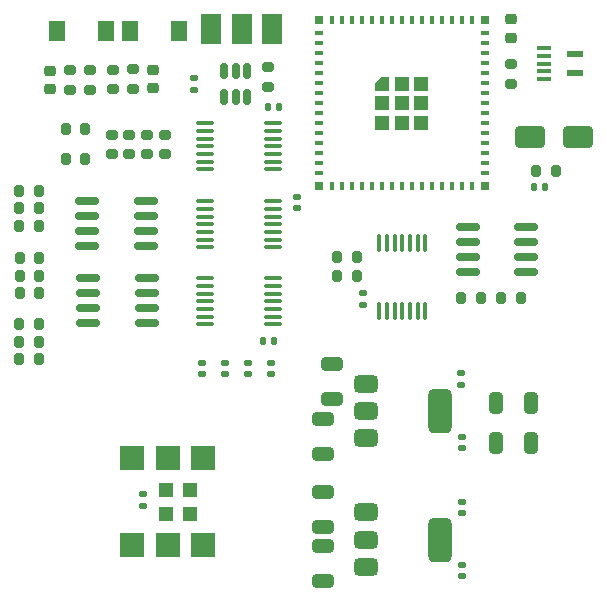
<source format=gbr>
%TF.GenerationSoftware,KiCad,Pcbnew,8.0.6*%
%TF.CreationDate,2025-08-27T22:10:31+02:00*%
%TF.ProjectId,probe,70726f62-652e-46b6-9963-61645f706362,V4-0*%
%TF.SameCoordinates,Original*%
%TF.FileFunction,Paste,Top*%
%TF.FilePolarity,Positive*%
%FSLAX46Y46*%
G04 Gerber Fmt 4.6, Leading zero omitted, Abs format (unit mm)*
G04 Created by KiCad (PCBNEW 8.0.6) date 2025-08-27 22:10:31*
%MOMM*%
%LPD*%
G01*
G04 APERTURE LIST*
G04 Aperture macros list*
%AMRoundRect*
0 Rectangle with rounded corners*
0 $1 Rounding radius*
0 $2 $3 $4 $5 $6 $7 $8 $9 X,Y pos of 4 corners*
0 Add a 4 corners polygon primitive as box body*
4,1,4,$2,$3,$4,$5,$6,$7,$8,$9,$2,$3,0*
0 Add four circle primitives for the rounded corners*
1,1,$1+$1,$2,$3*
1,1,$1+$1,$4,$5*
1,1,$1+$1,$6,$7*
1,1,$1+$1,$8,$9*
0 Add four rect primitives between the rounded corners*
20,1,$1+$1,$2,$3,$4,$5,0*
20,1,$1+$1,$4,$5,$6,$7,0*
20,1,$1+$1,$6,$7,$8,$9,0*
20,1,$1+$1,$8,$9,$2,$3,0*%
%AMFreePoly0*
4,1,6,0.600000,-0.600000,-0.600000,-0.600000,-0.600000,0.000000,0.000000,0.600000,0.600000,0.600000,0.600000,-0.600000,0.600000,-0.600000,$1*%
G04 Aperture macros list end*
%ADD10R,1.300000X1.300000*%
%ADD11RoundRect,0.200000X-0.200000X-0.275000X0.200000X-0.275000X0.200000X0.275000X-0.200000X0.275000X0*%
%ADD12R,1.250000X0.400000*%
%ADD13R,1.350000X0.600000*%
%ADD14RoundRect,0.225000X0.250000X-0.225000X0.250000X0.225000X-0.250000X0.225000X-0.250000X-0.225000X0*%
%ADD15RoundRect,0.250000X-1.000000X-0.650000X1.000000X-0.650000X1.000000X0.650000X-1.000000X0.650000X0*%
%ADD16RoundRect,0.200000X0.275000X-0.200000X0.275000X0.200000X-0.275000X0.200000X-0.275000X-0.200000X0*%
%ADD17R,1.350000X1.800000*%
%ADD18RoundRect,0.200000X0.200000X0.275000X-0.200000X0.275000X-0.200000X-0.275000X0.200000X-0.275000X0*%
%ADD19RoundRect,0.140000X0.170000X-0.140000X0.170000X0.140000X-0.170000X0.140000X-0.170000X-0.140000X0*%
%ADD20RoundRect,0.140000X-0.140000X-0.170000X0.140000X-0.170000X0.140000X0.170000X-0.140000X0.170000X0*%
%ADD21RoundRect,0.225000X-0.250000X0.225000X-0.250000X-0.225000X0.250000X-0.225000X0.250000X0.225000X0*%
%ADD22RoundRect,0.140000X-0.170000X0.140000X-0.170000X-0.140000X0.170000X-0.140000X0.170000X0.140000X0*%
%ADD23RoundRect,0.250000X0.650000X-0.325000X0.650000X0.325000X-0.650000X0.325000X-0.650000X-0.325000X0*%
%ADD24RoundRect,0.100000X-0.637500X-0.100000X0.637500X-0.100000X0.637500X0.100000X-0.637500X0.100000X0*%
%ADD25R,2.000000X2.000000*%
%ADD26RoundRect,0.375000X-0.625000X-0.375000X0.625000X-0.375000X0.625000X0.375000X-0.625000X0.375000X0*%
%ADD27RoundRect,0.500000X-0.500000X-1.400000X0.500000X-1.400000X0.500000X1.400000X-0.500000X1.400000X0*%
%ADD28R,0.800000X0.400000*%
%ADD29R,0.400000X0.800000*%
%ADD30FreePoly0,0.000000*%
%ADD31R,1.200000X1.200000*%
%ADD32R,0.800000X0.800000*%
%ADD33RoundRect,0.150000X-0.150000X0.512500X-0.150000X-0.512500X0.150000X-0.512500X0.150000X0.512500X0*%
%ADD34RoundRect,0.250000X-0.325000X-0.650000X0.325000X-0.650000X0.325000X0.650000X-0.325000X0.650000X0*%
%ADD35RoundRect,0.200000X-0.275000X0.200000X-0.275000X-0.200000X0.275000X-0.200000X0.275000X0.200000X0*%
%ADD36RoundRect,0.150000X0.825000X0.150000X-0.825000X0.150000X-0.825000X-0.150000X0.825000X-0.150000X0*%
%ADD37R,1.750000X2.500000*%
%ADD38RoundRect,0.150000X-0.825000X-0.150000X0.825000X-0.150000X0.825000X0.150000X-0.825000X0.150000X0*%
%ADD39RoundRect,0.218750X-0.256250X0.218750X-0.256250X-0.218750X0.256250X-0.218750X0.256250X0.218750X0*%
%ADD40RoundRect,0.100000X0.100000X-0.637500X0.100000X0.637500X-0.100000X0.637500X-0.100000X-0.637500X0*%
G04 APERTURE END LIST*
D10*
%TO.C,A1*%
X153500000Y-60800000D03*
X153500000Y-62800000D03*
X155500000Y-62800000D03*
X155500000Y-60800000D03*
%TD*%
D11*
%TO.C,R22*%
X145025000Y-32760000D03*
X146675000Y-32760000D03*
%TD*%
D12*
%TO.C,J2*%
X185500000Y-26000000D03*
X185500000Y-25350000D03*
X185500000Y-24700000D03*
X185500000Y-24050000D03*
X185500000Y-23400000D03*
D13*
X188150000Y-23900000D03*
X188150000Y-25500000D03*
%TD*%
D14*
%TO.C,C11*%
X152425000Y-26800000D03*
X152425000Y-25250000D03*
%TD*%
D15*
%TO.C,D1*%
X184350000Y-30950000D03*
X188350000Y-30950000D03*
%TD*%
D16*
%TO.C,R1*%
X150725000Y-26850000D03*
X150725000Y-25200000D03*
%TD*%
D17*
%TO.C,SW1*%
X150475000Y-21950000D03*
X154625000Y-21950000D03*
%TD*%
D18*
%TO.C,R12*%
X142775000Y-42650000D03*
X141125000Y-42650000D03*
%TD*%
D19*
%TO.C,C13*%
X155862500Y-26905000D03*
X155862500Y-25945000D03*
%TD*%
%TO.C,C15*%
X156515000Y-51000000D03*
X156515000Y-50040000D03*
%TD*%
D16*
%TO.C,R26*%
X162162500Y-26650000D03*
X162162500Y-25000000D03*
%TD*%
%TO.C,R18*%
X150400000Y-32400000D03*
X150400000Y-30750000D03*
%TD*%
D19*
%TO.C,C16*%
X158485000Y-51000000D03*
X158485000Y-50040000D03*
%TD*%
D20*
%TO.C,C19*%
X162140000Y-28350000D03*
X163100000Y-28350000D03*
%TD*%
%TO.C,C22*%
X161720000Y-48150000D03*
X162680000Y-48150000D03*
%TD*%
D19*
%TO.C,C8*%
X178600000Y-68100000D03*
X178600000Y-67140000D03*
%TD*%
%TO.C,C17*%
X160455000Y-51000000D03*
X160455000Y-50040000D03*
%TD*%
D11*
%TO.C,R27*%
X178500000Y-44515000D03*
X180150000Y-44515000D03*
%TD*%
D18*
%TO.C,R15*%
X142725000Y-48250000D03*
X141075000Y-48250000D03*
%TD*%
D16*
%TO.C,R19*%
X151900000Y-32400000D03*
X151900000Y-30750000D03*
%TD*%
D18*
%TO.C,R16*%
X142725000Y-46750000D03*
X141075000Y-46750000D03*
%TD*%
D17*
%TO.C,SW2*%
X148400000Y-21925000D03*
X144250000Y-21925000D03*
%TD*%
D21*
%TO.C,C12*%
X143675000Y-25300000D03*
X143675000Y-26850000D03*
%TD*%
D18*
%TO.C,R23*%
X186500000Y-33800000D03*
X184850000Y-33800000D03*
%TD*%
D22*
%TO.C,C21*%
X170150000Y-44150000D03*
X170150000Y-45110000D03*
%TD*%
D23*
%TO.C,C6*%
X166800000Y-68500000D03*
X166800000Y-65550000D03*
%TD*%
D24*
%TO.C,U7*%
X156812500Y-36375000D03*
X156812500Y-37025000D03*
X156812500Y-37675000D03*
X156812500Y-38325000D03*
X156812500Y-38975000D03*
X156812500Y-39625000D03*
X156812500Y-40275000D03*
X162537500Y-40275000D03*
X162537500Y-39625000D03*
X162537500Y-38975000D03*
X162537500Y-38325000D03*
X162537500Y-37675000D03*
X162537500Y-37025000D03*
X162537500Y-36375000D03*
%TD*%
D18*
%TO.C,R24*%
X169650000Y-42662500D03*
X168000000Y-42662500D03*
%TD*%
D25*
%TO.C,J8*%
X153650000Y-58125000D03*
X156650000Y-58125000D03*
X150650000Y-58125000D03*
%TD*%
D26*
%TO.C,U2*%
X170400000Y-51800000D03*
X170400000Y-54100000D03*
D27*
X176700000Y-54100000D03*
D26*
X170400000Y-56400000D03*
%TD*%
D28*
%TO.C,U4*%
X166475000Y-22100000D03*
X166475000Y-22950000D03*
X166475000Y-23800000D03*
X166475000Y-24650000D03*
X166475000Y-25500000D03*
X166475000Y-26350000D03*
X166475000Y-27200000D03*
X166475000Y-28050000D03*
X166475000Y-28900000D03*
X166475000Y-29750000D03*
X166475000Y-30600000D03*
X166475000Y-31450000D03*
X166475000Y-32300000D03*
X166475000Y-33150000D03*
X166475000Y-34000000D03*
D29*
X167525000Y-35050000D03*
X168375000Y-35050000D03*
X169225000Y-35050000D03*
X170075000Y-35050000D03*
X170925000Y-35050000D03*
X171775000Y-35050000D03*
X172625000Y-35050000D03*
X173475000Y-35050000D03*
X174325000Y-35050000D03*
X175175000Y-35050000D03*
X176025000Y-35050000D03*
X176875000Y-35050000D03*
X177725000Y-35050000D03*
X178575000Y-35050000D03*
X179425000Y-35050000D03*
D28*
X180475000Y-34000000D03*
X180475000Y-33150000D03*
X180475000Y-32300000D03*
X180475000Y-31450000D03*
X180475000Y-30600000D03*
X180475000Y-29750000D03*
X180475000Y-28900000D03*
X180475000Y-28050000D03*
X180475000Y-27200000D03*
X180475000Y-26350000D03*
X180475000Y-25500000D03*
X180475000Y-24650000D03*
X180475000Y-23800000D03*
X180475000Y-22950000D03*
X180475000Y-22100000D03*
D29*
X179425000Y-21050000D03*
X178575000Y-21050000D03*
X177725000Y-21050000D03*
X176875000Y-21050000D03*
X176025000Y-21050000D03*
X175175000Y-21050000D03*
X174325000Y-21050000D03*
X173475000Y-21050000D03*
X172625000Y-21050000D03*
X171775000Y-21050000D03*
X170925000Y-21050000D03*
X170075000Y-21050000D03*
X169225000Y-21050000D03*
X168375000Y-21050000D03*
X167525000Y-21050000D03*
D30*
X171825000Y-26400000D03*
D31*
X171825000Y-28050000D03*
X171825000Y-29700000D03*
X173475000Y-26400000D03*
X173475000Y-28050000D03*
X173475000Y-29700000D03*
X175125000Y-26400000D03*
X175125000Y-28050000D03*
X175125000Y-29700000D03*
D32*
X166475000Y-21050000D03*
X166475000Y-35050000D03*
X180475000Y-35050000D03*
X180475000Y-21050000D03*
%TD*%
D24*
%TO.C,U6*%
X156837500Y-29750000D03*
X156837500Y-30400000D03*
X156837500Y-31050000D03*
X156837500Y-31700000D03*
X156837500Y-32350000D03*
X156837500Y-33000000D03*
X156837500Y-33650000D03*
X162562500Y-33650000D03*
X162562500Y-33000000D03*
X162562500Y-32350000D03*
X162562500Y-31700000D03*
X162562500Y-31050000D03*
X162562500Y-30400000D03*
X162562500Y-29750000D03*
%TD*%
D22*
%TO.C,C20*%
X164600000Y-35970000D03*
X164600000Y-36930000D03*
%TD*%
D33*
%TO.C,U1*%
X160350000Y-25300000D03*
X159400000Y-25300000D03*
X158450000Y-25300000D03*
X158450000Y-27575000D03*
X159400000Y-27575000D03*
X160350000Y-27575000D03*
%TD*%
D23*
%TO.C,C7*%
X166800000Y-63900000D03*
X166800000Y-60950000D03*
%TD*%
D19*
%TO.C,C18*%
X162425000Y-51000000D03*
X162425000Y-50040000D03*
%TD*%
D22*
%TO.C,C1*%
X178500000Y-50920000D03*
X178500000Y-51880000D03*
%TD*%
D18*
%TO.C,R10*%
X142750000Y-35450000D03*
X141100000Y-35450000D03*
%TD*%
D11*
%TO.C,R21*%
X145025000Y-30250000D03*
X146675000Y-30250000D03*
%TD*%
D34*
%TO.C,C10*%
X181450000Y-56825000D03*
X184400000Y-56825000D03*
%TD*%
D35*
%TO.C,R2*%
X145375000Y-25250000D03*
X145375000Y-26900000D03*
%TD*%
D34*
%TO.C,C9*%
X181450000Y-53475000D03*
X184400000Y-53475000D03*
%TD*%
D16*
%TO.C,R7*%
X149025000Y-26875000D03*
X149025000Y-25225000D03*
%TD*%
D18*
%TO.C,R8*%
X142750000Y-38450000D03*
X141100000Y-38450000D03*
%TD*%
%TO.C,R25*%
X169650000Y-41112500D03*
X168000000Y-41112500D03*
%TD*%
D36*
%TO.C,U12*%
X184025000Y-42360000D03*
X184025000Y-41090000D03*
X184025000Y-39820000D03*
X184025000Y-38550000D03*
X179075000Y-38550000D03*
X179075000Y-39820000D03*
X179075000Y-41090000D03*
X179075000Y-42360000D03*
%TD*%
D37*
%TO.C,J4*%
X157300000Y-21750000D03*
X159900000Y-21800000D03*
X162500000Y-21800000D03*
%TD*%
D18*
%TO.C,R13*%
X142775000Y-41150000D03*
X141125000Y-41150000D03*
%TD*%
D16*
%TO.C,R20*%
X153400000Y-32400000D03*
X153400000Y-30750000D03*
%TD*%
D38*
%TO.C,U9*%
X146925000Y-42835000D03*
X146925000Y-44105000D03*
X146925000Y-45375000D03*
X146925000Y-46645000D03*
X151875000Y-46645000D03*
X151875000Y-45375000D03*
X151875000Y-44105000D03*
X151875000Y-42835000D03*
%TD*%
D18*
%TO.C,R11*%
X142775000Y-44150000D03*
X141125000Y-44150000D03*
%TD*%
D22*
%TO.C,C5*%
X178600000Y-61800000D03*
X178600000Y-62760000D03*
%TD*%
D18*
%TO.C,R14*%
X142725000Y-49750000D03*
X141075000Y-49750000D03*
%TD*%
D16*
%TO.C,R17*%
X148900000Y-32400000D03*
X148900000Y-30750000D03*
%TD*%
D36*
%TO.C,U5*%
X151800000Y-40130000D03*
X151800000Y-38860000D03*
X151800000Y-37590000D03*
X151800000Y-36320000D03*
X146850000Y-36320000D03*
X146850000Y-37590000D03*
X146850000Y-38860000D03*
X146850000Y-40130000D03*
%TD*%
D24*
%TO.C,U8*%
X156850000Y-42875000D03*
X156850000Y-43525000D03*
X156850000Y-44175000D03*
X156850000Y-44825000D03*
X156850000Y-45475000D03*
X156850000Y-46125000D03*
X156850000Y-46775000D03*
X162575000Y-46775000D03*
X162575000Y-46125000D03*
X162575000Y-45475000D03*
X162575000Y-44825000D03*
X162575000Y-44175000D03*
X162575000Y-43525000D03*
X162575000Y-42875000D03*
%TD*%
D11*
%TO.C,R28*%
X181875000Y-44550000D03*
X183525000Y-44550000D03*
%TD*%
D19*
%TO.C,C23*%
X151550000Y-62125000D03*
X151550000Y-61165000D03*
%TD*%
D35*
%TO.C,R6*%
X147075000Y-25250000D03*
X147075000Y-26900000D03*
%TD*%
D26*
%TO.C,U3*%
X170400000Y-62700000D03*
X170400000Y-65000000D03*
D27*
X176700000Y-65000000D03*
D26*
X170400000Y-67300000D03*
%TD*%
D20*
%TO.C,C14*%
X184670000Y-35150000D03*
X185630000Y-35150000D03*
%TD*%
D25*
%TO.C,J7*%
X153650000Y-65425000D03*
X150650000Y-65425000D03*
X156650000Y-65425000D03*
%TD*%
D39*
%TO.C,D4*%
X182675000Y-20962500D03*
X182675000Y-22537500D03*
%TD*%
D35*
%TO.C,R5*%
X182675000Y-24750000D03*
X182675000Y-26400000D03*
%TD*%
D19*
%TO.C,C3*%
X178600000Y-57280000D03*
X178600000Y-56320000D03*
%TD*%
D40*
%TO.C,U10*%
X171575000Y-45625000D03*
X172225000Y-45625000D03*
X172875000Y-45625000D03*
X173525000Y-45625000D03*
X174175000Y-45625000D03*
X174825000Y-45625000D03*
X175475000Y-45625000D03*
X175475000Y-39900000D03*
X174825000Y-39900000D03*
X174175000Y-39900000D03*
X173525000Y-39900000D03*
X172875000Y-39900000D03*
X172225000Y-39900000D03*
X171575000Y-39900000D03*
%TD*%
D23*
%TO.C,C2*%
X167550000Y-53125000D03*
X167550000Y-50175000D03*
%TD*%
D18*
%TO.C,R9*%
X142750000Y-36950000D03*
X141100000Y-36950000D03*
%TD*%
D23*
%TO.C,C4*%
X166800000Y-57775000D03*
X166800000Y-54825000D03*
%TD*%
M02*

</source>
